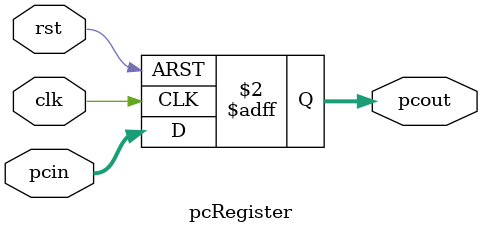
<source format=sv>

module pcRegister(input logic clk, rst, input logic [32:0] pcin, output logic [32:0] pcout);

	
	always @ (posedge clk or posedge rst) begin
		
		if (rst) pcout = 0;
		else
		pcout = pcin;
	
	end

endmodule
</source>
